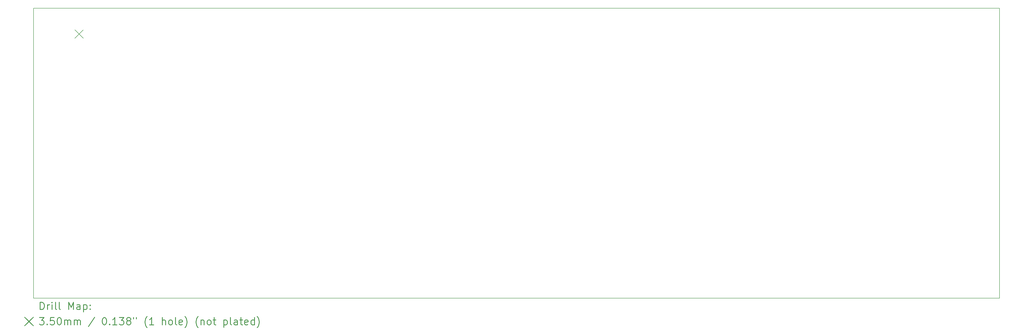
<source format=gbr>
%FSLAX45Y45*%
G04 Gerber Fmt 4.5, Leading zero omitted, Abs format (unit mm)*
G04 Created by KiCad (PCBNEW (5.0.2)-1) date 5/8/2019 10:32:06 PM*
%MOMM*%
%LPD*%
G01*
G04 APERTURE LIST*
%ADD10C,0.150000*%
%ADD11C,0.200000*%
%ADD12C,0.300000*%
G04 APERTURE END LIST*
D10*
X41910000Y-13462000D02*
X2159000Y-13462000D01*
X41910000Y-1524000D02*
X41910000Y-13462000D01*
X2159000Y-1524000D02*
X41910000Y-1524000D01*
X2159000Y-13462000D02*
X2159000Y-1524000D01*
D11*
X3863600Y-2413500D02*
X4213600Y-2763500D01*
X4213600Y-2413500D02*
X3863600Y-2763500D01*
D12*
X2437928Y-13935214D02*
X2437928Y-13635214D01*
X2509357Y-13635214D01*
X2552214Y-13649500D01*
X2580786Y-13678071D01*
X2595071Y-13706643D01*
X2609357Y-13763786D01*
X2609357Y-13806643D01*
X2595071Y-13863786D01*
X2580786Y-13892357D01*
X2552214Y-13920929D01*
X2509357Y-13935214D01*
X2437928Y-13935214D01*
X2737928Y-13935214D02*
X2737928Y-13735214D01*
X2737928Y-13792357D02*
X2752214Y-13763786D01*
X2766500Y-13749500D01*
X2795071Y-13735214D01*
X2823643Y-13735214D01*
X2923643Y-13935214D02*
X2923643Y-13735214D01*
X2923643Y-13635214D02*
X2909357Y-13649500D01*
X2923643Y-13663786D01*
X2937928Y-13649500D01*
X2923643Y-13635214D01*
X2923643Y-13663786D01*
X3109357Y-13935214D02*
X3080786Y-13920929D01*
X3066500Y-13892357D01*
X3066500Y-13635214D01*
X3266500Y-13935214D02*
X3237928Y-13920929D01*
X3223643Y-13892357D01*
X3223643Y-13635214D01*
X3609357Y-13935214D02*
X3609357Y-13635214D01*
X3709357Y-13849500D01*
X3809357Y-13635214D01*
X3809357Y-13935214D01*
X4080786Y-13935214D02*
X4080786Y-13778071D01*
X4066500Y-13749500D01*
X4037928Y-13735214D01*
X3980786Y-13735214D01*
X3952214Y-13749500D01*
X4080786Y-13920929D02*
X4052214Y-13935214D01*
X3980786Y-13935214D01*
X3952214Y-13920929D01*
X3937928Y-13892357D01*
X3937928Y-13863786D01*
X3952214Y-13835214D01*
X3980786Y-13820929D01*
X4052214Y-13820929D01*
X4080786Y-13806643D01*
X4223643Y-13735214D02*
X4223643Y-14035214D01*
X4223643Y-13749500D02*
X4252214Y-13735214D01*
X4309357Y-13735214D01*
X4337928Y-13749500D01*
X4352214Y-13763786D01*
X4366500Y-13792357D01*
X4366500Y-13878071D01*
X4352214Y-13906643D01*
X4337928Y-13920929D01*
X4309357Y-13935214D01*
X4252214Y-13935214D01*
X4223643Y-13920929D01*
X4495071Y-13906643D02*
X4509357Y-13920929D01*
X4495071Y-13935214D01*
X4480786Y-13920929D01*
X4495071Y-13906643D01*
X4495071Y-13935214D01*
X4495071Y-13749500D02*
X4509357Y-13763786D01*
X4495071Y-13778071D01*
X4480786Y-13763786D01*
X4495071Y-13749500D01*
X4495071Y-13778071D01*
X1801500Y-14254500D02*
X2151500Y-14604500D01*
X2151500Y-14254500D02*
X1801500Y-14604500D01*
X2409357Y-14265214D02*
X2595071Y-14265214D01*
X2495071Y-14379500D01*
X2537928Y-14379500D01*
X2566500Y-14393786D01*
X2580786Y-14408071D01*
X2595071Y-14436643D01*
X2595071Y-14508071D01*
X2580786Y-14536643D01*
X2566500Y-14550929D01*
X2537928Y-14565214D01*
X2452214Y-14565214D01*
X2423643Y-14550929D01*
X2409357Y-14536643D01*
X2723643Y-14536643D02*
X2737928Y-14550929D01*
X2723643Y-14565214D01*
X2709357Y-14550929D01*
X2723643Y-14536643D01*
X2723643Y-14565214D01*
X3009357Y-14265214D02*
X2866500Y-14265214D01*
X2852214Y-14408071D01*
X2866500Y-14393786D01*
X2895071Y-14379500D01*
X2966500Y-14379500D01*
X2995071Y-14393786D01*
X3009357Y-14408071D01*
X3023643Y-14436643D01*
X3023643Y-14508071D01*
X3009357Y-14536643D01*
X2995071Y-14550929D01*
X2966500Y-14565214D01*
X2895071Y-14565214D01*
X2866500Y-14550929D01*
X2852214Y-14536643D01*
X3209357Y-14265214D02*
X3237928Y-14265214D01*
X3266500Y-14279500D01*
X3280786Y-14293786D01*
X3295071Y-14322357D01*
X3309357Y-14379500D01*
X3309357Y-14450929D01*
X3295071Y-14508071D01*
X3280786Y-14536643D01*
X3266500Y-14550929D01*
X3237928Y-14565214D01*
X3209357Y-14565214D01*
X3180786Y-14550929D01*
X3166500Y-14536643D01*
X3152214Y-14508071D01*
X3137928Y-14450929D01*
X3137928Y-14379500D01*
X3152214Y-14322357D01*
X3166500Y-14293786D01*
X3180786Y-14279500D01*
X3209357Y-14265214D01*
X3437928Y-14565214D02*
X3437928Y-14365214D01*
X3437928Y-14393786D02*
X3452214Y-14379500D01*
X3480786Y-14365214D01*
X3523643Y-14365214D01*
X3552214Y-14379500D01*
X3566500Y-14408071D01*
X3566500Y-14565214D01*
X3566500Y-14408071D02*
X3580786Y-14379500D01*
X3609357Y-14365214D01*
X3652214Y-14365214D01*
X3680786Y-14379500D01*
X3695071Y-14408071D01*
X3695071Y-14565214D01*
X3837928Y-14565214D02*
X3837928Y-14365214D01*
X3837928Y-14393786D02*
X3852214Y-14379500D01*
X3880786Y-14365214D01*
X3923643Y-14365214D01*
X3952214Y-14379500D01*
X3966500Y-14408071D01*
X3966500Y-14565214D01*
X3966500Y-14408071D02*
X3980786Y-14379500D01*
X4009357Y-14365214D01*
X4052214Y-14365214D01*
X4080786Y-14379500D01*
X4095071Y-14408071D01*
X4095071Y-14565214D01*
X4680786Y-14250929D02*
X4423643Y-14636643D01*
X5066500Y-14265214D02*
X5095071Y-14265214D01*
X5123643Y-14279500D01*
X5137928Y-14293786D01*
X5152214Y-14322357D01*
X5166500Y-14379500D01*
X5166500Y-14450929D01*
X5152214Y-14508071D01*
X5137928Y-14536643D01*
X5123643Y-14550929D01*
X5095071Y-14565214D01*
X5066500Y-14565214D01*
X5037928Y-14550929D01*
X5023643Y-14536643D01*
X5009357Y-14508071D01*
X4995071Y-14450929D01*
X4995071Y-14379500D01*
X5009357Y-14322357D01*
X5023643Y-14293786D01*
X5037928Y-14279500D01*
X5066500Y-14265214D01*
X5295071Y-14536643D02*
X5309357Y-14550929D01*
X5295071Y-14565214D01*
X5280786Y-14550929D01*
X5295071Y-14536643D01*
X5295071Y-14565214D01*
X5595071Y-14565214D02*
X5423643Y-14565214D01*
X5509357Y-14565214D02*
X5509357Y-14265214D01*
X5480786Y-14308071D01*
X5452214Y-14336643D01*
X5423643Y-14350929D01*
X5695071Y-14265214D02*
X5880786Y-14265214D01*
X5780786Y-14379500D01*
X5823643Y-14379500D01*
X5852214Y-14393786D01*
X5866500Y-14408071D01*
X5880786Y-14436643D01*
X5880786Y-14508071D01*
X5866500Y-14536643D01*
X5852214Y-14550929D01*
X5823643Y-14565214D01*
X5737928Y-14565214D01*
X5709357Y-14550929D01*
X5695071Y-14536643D01*
X6052214Y-14393786D02*
X6023643Y-14379500D01*
X6009357Y-14365214D01*
X5995071Y-14336643D01*
X5995071Y-14322357D01*
X6009357Y-14293786D01*
X6023643Y-14279500D01*
X6052214Y-14265214D01*
X6109357Y-14265214D01*
X6137928Y-14279500D01*
X6152214Y-14293786D01*
X6166500Y-14322357D01*
X6166500Y-14336643D01*
X6152214Y-14365214D01*
X6137928Y-14379500D01*
X6109357Y-14393786D01*
X6052214Y-14393786D01*
X6023643Y-14408071D01*
X6009357Y-14422357D01*
X5995071Y-14450929D01*
X5995071Y-14508071D01*
X6009357Y-14536643D01*
X6023643Y-14550929D01*
X6052214Y-14565214D01*
X6109357Y-14565214D01*
X6137928Y-14550929D01*
X6152214Y-14536643D01*
X6166500Y-14508071D01*
X6166500Y-14450929D01*
X6152214Y-14422357D01*
X6137928Y-14408071D01*
X6109357Y-14393786D01*
X6280786Y-14265214D02*
X6280786Y-14322357D01*
X6395071Y-14265214D02*
X6395071Y-14322357D01*
X6837928Y-14679500D02*
X6823643Y-14665214D01*
X6795071Y-14622357D01*
X6780786Y-14593786D01*
X6766500Y-14550929D01*
X6752214Y-14479500D01*
X6752214Y-14422357D01*
X6766500Y-14350929D01*
X6780786Y-14308071D01*
X6795071Y-14279500D01*
X6823643Y-14236643D01*
X6837928Y-14222357D01*
X7109357Y-14565214D02*
X6937928Y-14565214D01*
X7023643Y-14565214D02*
X7023643Y-14265214D01*
X6995071Y-14308071D01*
X6966500Y-14336643D01*
X6937928Y-14350929D01*
X7466500Y-14565214D02*
X7466500Y-14265214D01*
X7595071Y-14565214D02*
X7595071Y-14408071D01*
X7580786Y-14379500D01*
X7552214Y-14365214D01*
X7509357Y-14365214D01*
X7480786Y-14379500D01*
X7466500Y-14393786D01*
X7780786Y-14565214D02*
X7752214Y-14550929D01*
X7737928Y-14536643D01*
X7723643Y-14508071D01*
X7723643Y-14422357D01*
X7737928Y-14393786D01*
X7752214Y-14379500D01*
X7780786Y-14365214D01*
X7823643Y-14365214D01*
X7852214Y-14379500D01*
X7866500Y-14393786D01*
X7880786Y-14422357D01*
X7880786Y-14508071D01*
X7866500Y-14536643D01*
X7852214Y-14550929D01*
X7823643Y-14565214D01*
X7780786Y-14565214D01*
X8052214Y-14565214D02*
X8023643Y-14550929D01*
X8009357Y-14522357D01*
X8009357Y-14265214D01*
X8280786Y-14550929D02*
X8252214Y-14565214D01*
X8195071Y-14565214D01*
X8166500Y-14550929D01*
X8152214Y-14522357D01*
X8152214Y-14408071D01*
X8166500Y-14379500D01*
X8195071Y-14365214D01*
X8252214Y-14365214D01*
X8280786Y-14379500D01*
X8295071Y-14408071D01*
X8295071Y-14436643D01*
X8152214Y-14465214D01*
X8395071Y-14679500D02*
X8409357Y-14665214D01*
X8437928Y-14622357D01*
X8452214Y-14593786D01*
X8466500Y-14550929D01*
X8480786Y-14479500D01*
X8480786Y-14422357D01*
X8466500Y-14350929D01*
X8452214Y-14308071D01*
X8437928Y-14279500D01*
X8409357Y-14236643D01*
X8395071Y-14222357D01*
X8937928Y-14679500D02*
X8923643Y-14665214D01*
X8895071Y-14622357D01*
X8880786Y-14593786D01*
X8866500Y-14550929D01*
X8852214Y-14479500D01*
X8852214Y-14422357D01*
X8866500Y-14350929D01*
X8880786Y-14308071D01*
X8895071Y-14279500D01*
X8923643Y-14236643D01*
X8937928Y-14222357D01*
X9052214Y-14365214D02*
X9052214Y-14565214D01*
X9052214Y-14393786D02*
X9066500Y-14379500D01*
X9095071Y-14365214D01*
X9137928Y-14365214D01*
X9166500Y-14379500D01*
X9180786Y-14408071D01*
X9180786Y-14565214D01*
X9366500Y-14565214D02*
X9337928Y-14550929D01*
X9323643Y-14536643D01*
X9309357Y-14508071D01*
X9309357Y-14422357D01*
X9323643Y-14393786D01*
X9337928Y-14379500D01*
X9366500Y-14365214D01*
X9409357Y-14365214D01*
X9437928Y-14379500D01*
X9452214Y-14393786D01*
X9466500Y-14422357D01*
X9466500Y-14508071D01*
X9452214Y-14536643D01*
X9437928Y-14550929D01*
X9409357Y-14565214D01*
X9366500Y-14565214D01*
X9552214Y-14365214D02*
X9666500Y-14365214D01*
X9595071Y-14265214D02*
X9595071Y-14522357D01*
X9609357Y-14550929D01*
X9637928Y-14565214D01*
X9666500Y-14565214D01*
X9995071Y-14365214D02*
X9995071Y-14665214D01*
X9995071Y-14379500D02*
X10023643Y-14365214D01*
X10080786Y-14365214D01*
X10109357Y-14379500D01*
X10123643Y-14393786D01*
X10137928Y-14422357D01*
X10137928Y-14508071D01*
X10123643Y-14536643D01*
X10109357Y-14550929D01*
X10080786Y-14565214D01*
X10023643Y-14565214D01*
X9995071Y-14550929D01*
X10309357Y-14565214D02*
X10280786Y-14550929D01*
X10266500Y-14522357D01*
X10266500Y-14265214D01*
X10552214Y-14565214D02*
X10552214Y-14408071D01*
X10537928Y-14379500D01*
X10509357Y-14365214D01*
X10452214Y-14365214D01*
X10423643Y-14379500D01*
X10552214Y-14550929D02*
X10523643Y-14565214D01*
X10452214Y-14565214D01*
X10423643Y-14550929D01*
X10409357Y-14522357D01*
X10409357Y-14493786D01*
X10423643Y-14465214D01*
X10452214Y-14450929D01*
X10523643Y-14450929D01*
X10552214Y-14436643D01*
X10652214Y-14365214D02*
X10766500Y-14365214D01*
X10695071Y-14265214D02*
X10695071Y-14522357D01*
X10709357Y-14550929D01*
X10737928Y-14565214D01*
X10766500Y-14565214D01*
X10980786Y-14550929D02*
X10952214Y-14565214D01*
X10895071Y-14565214D01*
X10866500Y-14550929D01*
X10852214Y-14522357D01*
X10852214Y-14408071D01*
X10866500Y-14379500D01*
X10895071Y-14365214D01*
X10952214Y-14365214D01*
X10980786Y-14379500D01*
X10995071Y-14408071D01*
X10995071Y-14436643D01*
X10852214Y-14465214D01*
X11252214Y-14565214D02*
X11252214Y-14265214D01*
X11252214Y-14550929D02*
X11223643Y-14565214D01*
X11166500Y-14565214D01*
X11137928Y-14550929D01*
X11123643Y-14536643D01*
X11109357Y-14508071D01*
X11109357Y-14422357D01*
X11123643Y-14393786D01*
X11137928Y-14379500D01*
X11166500Y-14365214D01*
X11223643Y-14365214D01*
X11252214Y-14379500D01*
X11366500Y-14679500D02*
X11380786Y-14665214D01*
X11409357Y-14622357D01*
X11423643Y-14593786D01*
X11437928Y-14550929D01*
X11452214Y-14479500D01*
X11452214Y-14422357D01*
X11437928Y-14350929D01*
X11423643Y-14308071D01*
X11409357Y-14279500D01*
X11380786Y-14236643D01*
X11366500Y-14222357D01*
M02*

</source>
